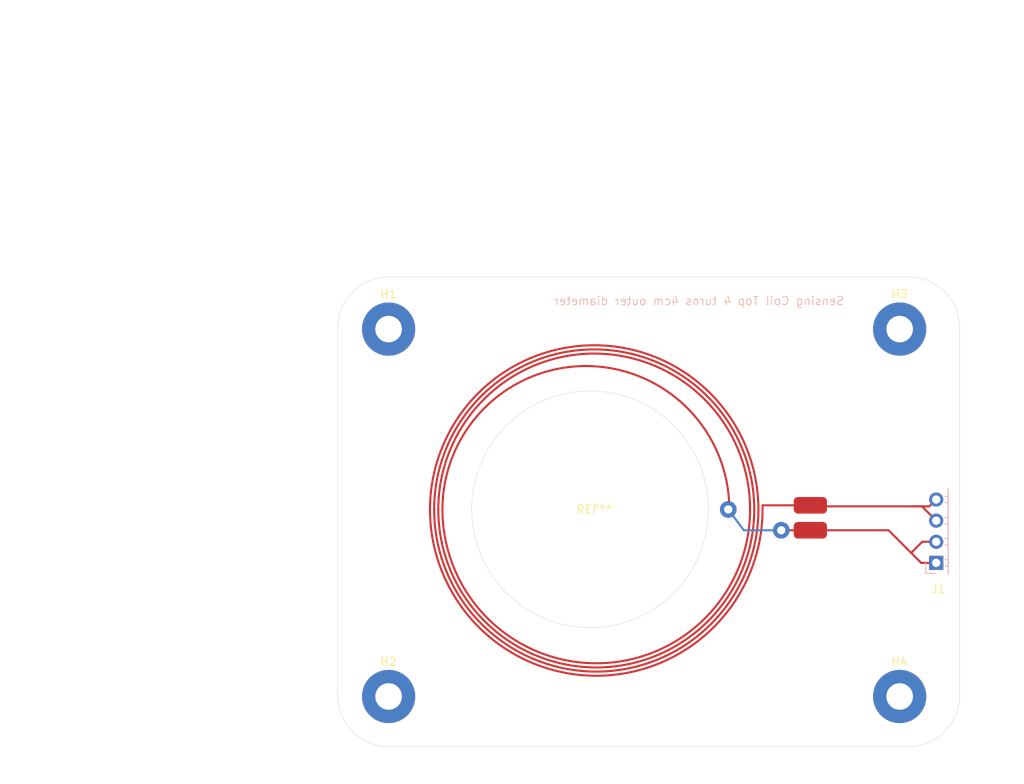
<source format=kicad_pcb>
(kicad_pcb (version 20240108) (generator "pcbnew") (generator_version "8.0")
  (layers (0 "F.Cu" signal) (31 "B.Cu" signal) (34 "B.Paste" user) (35 "F.Paste" user) (36 "B.SilkS" user "B.Silkscreen") (37 "F.SilkS" user "F.Silkscreen") (38 "B.Mask" user) (39 "F.Mask" user) (44 "Edge.Cuts" user))
  (net 0 "")
  (net 1 "/coil start")
  (net 2 "/coil end")
  (footprint "Sensing top" (layer "F.Cu") (at 180.875 128)
    (property "Reference" "REF**" (at 0 0 0) (layer "F.SilkS"))
    (property "Value" "Sensing top")
    (fp_line (start 20.25 -0.5) (end 26 -0.5) (stroke (width 0.25)) (layer "F.Cu"))
    (fp_line (start 20.25 0) (end 20.25 -0.5) (stroke (width 0.25)) (layer "F.Cu"))
    (fp_line (start 26 2.5) (end 22.5 2.5) (stroke (width 0.25)) (layer "F.Cu"))
    (fp_arc (start -19.75 0) (mid 0 -19.75) (end 19.75 0) (stroke (width 0.25)) (layer "F.Cu"))
    (fp_arc (start -19.25 0) (mid 0 -19.25) (end 19.25 0) (stroke (width 0.25)) (layer "F.Cu"))
    (fp_arc (start -18.75 0) (mid 0 -18.75) (end 18.75 0) (stroke (width 0.25)) (layer "F.Cu"))
    (fp_arc (start -18.25 0) (mid -1 -17.27901) (end 16.25 0) (stroke (width 0.25)) (layer "F.Cu"))
    (fp_arc (start 18.75 0) (mid 0.25 18.506758) (end -18.25 0) (stroke (width 0.25)) (layer "F.Cu"))
    (fp_arc (start 19.25 0) (mid 0.25 19) (end -18.75 0) (stroke (width 0.25)) (layer "F.Cu"))
    (fp_arc (start 19.75 0) (mid 0.25 19.5) (end -19.25 0) (stroke (width 0.25)) (layer "F.Cu"))
    (fp_arc (start 20.25 0) (mid 0.25 20) (end -19.75 0) (stroke (width 0.25)) (layer "F.Cu"))
    (fp_line (start 18 2.5) (end 16.125 0) (stroke (width 0.25)) (layer "B.Cu"))
    (fp_line (start 22.5 2.5) (end 18 2.5) (stroke (width 0.25)) (layer "B.Cu"))
    (pad "1" smd roundrect (at 26 -0.5) (size 4 2) (layers "F.Cu") (net 1 "/coil start"))
    (pad "2" smd roundrect (at 26 2.5) (size 4 2) (layers "F.Cu") (net 2 "/coil end"))
    (pad "3" thru_hole circle (at 16.125 0) (size 2 2) (drill 1) (layers "*.Cu" "*.Mask"))
    (pad "3" thru_hole circle (at 22.5 2.5) (size 2 2) (drill 1) (layers "*.Cu" "*.Mask"))
  )
  (footprint "MountingHole:MountingHole_3.2mm_M3_Pad" (layer "F.Cu") (at 217.6168 106.3052)
    (property "Reference" "H3" (at 0 -4.2 0) (layer "F.SilkS"))
    (property "Value" "MountingHole")
    (pad "1" thru_hole circle (at 0 0) (size 6.4 6.4) (drill 3.2) (layers "*.Cu" "*.Mask"))
  )
  (footprint "MountingHole:MountingHole_3.2mm_M3_Pad" (layer "F.Cu") (at 217.6168 150.4952)
    (property "Reference" "H4" (at 0 -4.2 0) (layer "F.SilkS"))
    (property "Value" "MountingHole")
    (pad "1" thru_hole circle (at 0 0) (size 6.4 6.4) (drill 3.2) (layers "*.Cu" "*.Mask"))
  )
  (footprint "MountingHole:MountingHole_3.2mm_M3_Pad" (layer "F.Cu") (at 156.1468 150.4952)
    (property "Reference" "H2" (at 0 -4.2 0) (layer "F.SilkS"))
    (property "Value" "MountingHole")
    (pad "1" thru_hole circle (at 0 0) (size 6.4 6.4) (drill 3.2) (layers "*.Cu" "*.Mask"))
  )
  (footprint "MountingHole:MountingHole_3.2mm_M3_Pad" (layer "F.Cu") (at 156.1468 106.3052)
    (property "Reference" "H1" (at 0 -4.2 0) (layer "F.SilkS"))
    (property "Value" "MountingHole")
    (pad "1" thru_hole circle (at 0 0) (size 6.4 6.4) (drill 3.2) (layers "*.Cu" "*.Mask"))
  )
  (footprint "Connector_PinHeader_2.54mm:PinHeader_1x04_P2.54mm_Horizontal" (layer "B.Cu") (at 222.0118 134.4252)
    (property "Reference" "J1" (at 0.275 3.13 0) (layer "F.SilkS"))
    (property "Value" "Conn_01x04")
    (fp_line (start -1.27 1.27) (end -1.27 0) (stroke (width 0.12)) (layer "B.SilkS"))
    (fp_line (start 0 1.27) (end -1.27 1.27) (stroke (width 0.12)) (layer "B.SilkS"))
    (fp_line (start 1.44 -8.95) (end 1.44 1.33) (stroke (width 0.12)) (layer "B.SilkS"))
    (fp_line (start 1.44 -8) (end 1.042929 -8) (stroke (width 0.12)) (layer "B.SilkS"))
    (fp_line (start 1.44 -7.24) (end 1.042929 -7.24) (stroke (width 0.12)) (layer "B.SilkS"))
    (fp_line (start 1.44 -5.46) (end 1.042929 -5.46) (stroke (width 0.12)) (layer "B.SilkS"))
    (fp_line (start 1.44 -4.7) (end 1.042929 -4.7) (stroke (width 0.12)) (layer "B.SilkS"))
    (fp_line (start 1.44 -2.92) (end 1.042929 -2.92) (stroke (width 0.12)) (layer "B.SilkS"))
    (fp_line (start 1.44 -2.16) (end 1.042929 -2.16) (stroke (width 0.12)) (layer "B.SilkS"))
    (fp_line (start 1.44 -0.38) (end 1.11 -0.38) (stroke (width 0.12)) (layer "B.SilkS"))
    (fp_line (start 1.44 0.38) (end 1.11 0.38) (stroke (width 0.12)) (layer "B.SilkS"))
    (pad "1" thru_hole rect (at 0 0) (size 1.7 1.7) (drill 1) (layers "*.Cu" "*.Mask") (net 2 "/coil end"))
    (pad "2" thru_hole oval (at 0 -2.54) (size 1.7 1.7) (drill 1) (layers "*.Cu" "*.Mask") (net 2 "/coil end"))
    (pad "3" thru_hole oval (at 0 -5.08) (size 1.7 1.7) (drill 1) (layers "*.Cu" "*.Mask") (net 1 "/coil start"))
    (pad "4" thru_hole oval (at 0 -7.62) (size 1.7 1.7) (drill 1) (layers "*.Cu" "*.Mask") (net 1 "/coil start"))
  )
  (gr_arc (start 156.173075 156.520727) (mid 151.816925 154.71635) (end 150.012548 150.3602) (stroke (width 0.05)) (layer "Edge.Cuts"))
  (gr_line (start 150.012548 150.3602) (end 150.012548 106.1802) (stroke (width 0.05)) (layer "Edge.Cuts"))
  (gr_arc (start 150.012548 106.1802) (mid 151.816925 101.82405) (end 156.173075 100.019673) (stroke (width 0.05)) (layer "Edge.Cuts"))
  (gr_arc (start 218.676925 100.019673) (mid 223.033075 101.82405) (end 224.837452 106.1802) (stroke (width 0.05)) (layer "Edge.Cuts"))
  (gr_line (start 224.837452 106.1802) (end 224.837452 150.3602) (stroke (width 0.05)) (layer "Edge.Cuts"))
  (gr_arc (start 224.837452 150.3602) (mid 223.033075 154.71635) (end 218.676925 156.520727) (stroke (width 0.05)) (layer "Edge.Cuts"))
  (gr_circle (center 180.3784 127.978897) (end 192.7568 120.9552) (stroke (width 0.05)) (fill none) (layer "Edge.Cuts"))
  (gr_line (start 156.173075 156.520727) (end 218.676925 156.520727) (stroke (width 0.05)) (layer "Edge.Cuts"))
  (gr_line (start 156.173075 100.019673) (end 218.676925 100.019673) (stroke (width 0.05)) (layer "Edge.Cuts"))
  (gr_text "Sensing Coil Top 4 turns 4cm outer diameter" (at 211 103.5 0) (layer "B.SilkS") (effects (font (size 1 1) (thickness 0.1)) (justify left bottom mirror)))
  (segment (start 219.3468 127.6252) (end 207.45 127.6252) (width 0.25) (layer "F.Cu") (net 1))
  (segment (start 220.2918 127.6252) (end 219.3468 127.6252) (width 0.25) (layer "F.Cu") (net 1))
  (segment (start 221.1918 127.6252) (end 222.0118 126.8052) (width 0.25) (layer "F.Cu") (net 1))
  (segment (start 219.3468 127.6252) (end 221.1918 127.6252) (width 0.25) (layer "F.Cu") (net 1))
  (segment (start 207.75259 127.6252) (end 207.364518 127.237128) (width 0.5) (layer "F.Cu") (net 1))
  (segment (start 207.45 127.6252) (end 207.45 127.5) (width 0.25) (layer "F.Cu") (net 1))
  (segment (start 222.0118 129.3452) (end 220.2918 127.6252) (width 0.25) (layer "F.Cu") (net 1))
  (segment (start 218.9968 133.2202) (end 220.2018 134.4252) (width 0.25) (layer "F.Cu") (net 2))
  (segment (start 216.2766 130.5) (end 207.45 130.5) (width 0.25) (layer "F.Cu") (net 2))
  (segment (start 220.3318 131.8852) (end 222.0118 131.8852) (width 0.25) (layer "F.Cu") (net 2))
  (segment (start 218.9968 133.2202) (end 220.3318 131.8852) (width 0.25) (layer "F.Cu") (net 2))
  (segment (start 218.9968 133.2202) (end 216.2766 130.5) (width 0.25) (layer "F.Cu") (net 2))
  (segment (start 220.2018 134.4252) (end 222.0118 134.4252) (width 0.25) (layer "F.Cu") (net 2))
)
</source>
